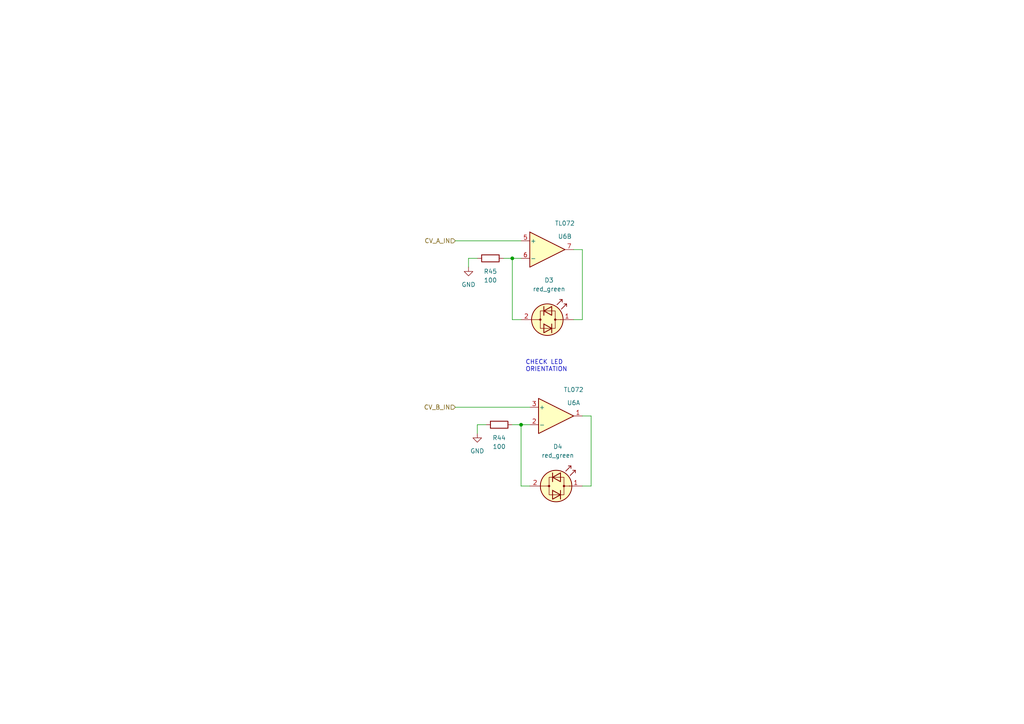
<source format=kicad_sch>
(kicad_sch (version 20211123) (generator eeschema)
  (paper "A4")
  (title_block (title "M.S.M. Stereo Lowpass Filter Pedal") (date "2023-04-15") (rev "0.1") (comment 2 "creativecommons.org/licenses/by/4.0") (comment 3 "License: CC by 4.0") (comment 4 "Author: Jordan Aceto"))
  (lib_symbols
    (symbol "Amplifier_Operational:TL072" (pin_names (offset 0.127))
      (property "Reference" "U" (at 0 5.08 0))
      (property "Value" "TL072" (at 0 -5.08 0))
      (symbol "TL072_1_1"
        (polyline (pts (xy -5.08 5.08) (xy 5.08 0) (xy -5.08 -5.08) (xy -5.08 5.08)) (stroke (width 0.254)) (fill (type background)))
        (pin output line (at 7.62 0 180) (length 2.54) (name "~") (number "1"))
        (pin input line (at -7.62 -2.54 0) (length 2.54) (name "-") (number "2"))
        (pin input line (at -7.62 2.54 0) (length 2.54) (name "+") (number "3"))
      )
      (symbol "TL072_2_1"
        (polyline (pts (xy -5.08 5.08) (xy 5.08 0) (xy -5.08 -5.08) (xy -5.08 5.08)) (stroke (width 0.254)) (fill (type background)))
        (pin input line (at -7.62 2.54 0) (length 2.54) (name "+") (number "5"))
        (pin input line (at -7.62 -2.54 0) (length 2.54) (name "-") (number "6"))
        (pin output line (at 7.62 0 180) (length 2.54) (name "~") (number "7"))
      )
      (symbol "TL072_3_1"
        (pin power_in line (at -2.54 -7.62 90) (length 3.81) (name "V-") (number "4"))
        (pin power_in line (at -2.54 7.62 270) (length 3.81) (name "V+") (number "8"))
      )
    )
    (symbol "Device:LED_Dual_Bidirectional" (pin_names (offset 0) hide)
      (property "Reference" "D" (at 0 5.715 0))
      (property "Value" "LED_Dual_Bidirectional" (at 0 -6.35 0))
      (symbol "LED_Dual_Bidirectional_0_1"
        (circle (center -2.032 0) (radius 0.254) (fill (type outline)))
        (polyline (pts (xy -4.572 0) (xy -2.54 0)))
        (polyline (pts (xy -2.032 0) (xy -2.54 0)))
        (polyline (pts (xy -1.016 3.81) (xy -1.016 1.27)) (stroke (width 0.254)))
        (polyline (pts (xy 1.27 -1.27) (xy 1.27 -3.81)) (stroke (width 0.254)))
        (polyline (pts (xy 4.064 0) (xy 2.286 0)) (fill (type outline)))
        (polyline (pts (xy 4.318 5.842) (xy 4.318 5.08)) (stroke (width 0.2032)))
        (polyline (pts (xy 5.588 4.572) (xy 5.588 3.81)) (stroke (width 0.2032)))
        (polyline (pts (xy 2.794 4.318) (xy 4.318 5.842) (xy 3.556 5.842)) (stroke (width 0.2032)))
        (polyline (pts (xy 4.064 3.048) (xy 5.588 4.572) (xy 4.826 4.572)) (stroke (width 0.2032)))
        (polyline (pts (xy -1.016 -1.27) (xy -1.016 -3.81) (xy 1.27 -2.54) (xy -1.016 -1.27)) (stroke (width 0.254)))
        (polyline (pts (xy 1.27 3.81) (xy 1.27 1.27) (xy -1.016 2.54) (xy 1.27 3.81)) (stroke (width 0.254)))
        (polyline (pts (xy 2.286 2.54) (xy -2.032 2.54) (xy -2.032 -2.54) (xy 2.286 -2.54) (xy 2.286 2.54)))
        (circle (center 0 0) (radius 4.572) (stroke (width 0.254)) (fill (type background)))
        (circle (center 2.286 0) (radius 0.254) (fill (type outline)))
      )
      (symbol "LED_Dual_Bidirectional_1_1"
        (pin input line (at 7.62 0 180) (length 3.81) (name "KA") (number "1"))
        (pin input line (at -7.62 0 0) (length 3.048) (name "AK") (number "2"))
      )
    )
    (symbol "Device:R" (pin_numbers hide) (pin_names (offset 0))
      (property "Reference" "R" (at 2.032 0 90))
      (property "Value" "R" (at 0 0 90))
      (symbol "R_0_1"
        (rectangle (start -1.016 -2.54) (end 1.016 2.54) (stroke (width 0.254)))
      )
      (symbol "R_1_1"
        (pin passive line (at 0 3.81 270) (length 1.27) (name "~") (number "1"))
        (pin passive line (at 0 -3.81 90) (length 1.27) (name "~") (number "2"))
      )
    )
    (symbol "power:GND" (power) (pin_names (offset 0))
      (property "Value" "GND" (at 0 -3.81 0))
      (symbol "GND_0_1"
        (polyline (pts (xy 0 0) (xy 0 -1.27) (xy 1.27 -1.27) (xy 0 -2.54) (xy -1.27 -1.27) (xy 0 -1.27)))
      )
      (symbol "GND_1_1"
        (pin power_in line (at 0 0 270) (length 0) hide (name "GND") (number "1"))
      )
    )
  )
  (junction (at 148.59 74.93))
  (junction (at 151.13 123.19))
  (wire (pts (xy 168.91 72.39) (xy 168.91 92.71)))
  (wire (pts (xy 132.08 69.85) (xy 151.13 69.85)))
  (wire (pts (xy 151.13 140.97) (xy 153.67 140.97)))
  (wire (pts (xy 168.91 120.65) (xy 171.45 120.65)))
  (wire (pts (xy 138.43 125.73) (xy 138.43 123.19)))
  (wire (pts (xy 148.59 92.71) (xy 151.13 92.71)))
  (wire (pts (xy 171.45 120.65) (xy 171.45 140.97)))
  (wire (pts (xy 148.59 123.19) (xy 151.13 123.19)))
  (wire (pts (xy 168.91 140.97) (xy 171.45 140.97)))
  (wire (pts (xy 138.43 123.19) (xy 140.97 123.19)))
  (wire (pts (xy 166.37 72.39) (xy 168.91 72.39)))
  (wire (pts (xy 146.05 74.93) (xy 148.59 74.93)))
  (wire (pts (xy 151.13 123.19) (xy 153.67 123.19)))
  (wire (pts (xy 166.37 92.71) (xy 168.91 92.71)))
  (wire (pts (xy 132.08 118.11) (xy 153.67 118.11)))
  (wire (pts (xy 135.89 77.47) (xy 135.89 74.93)))
  (wire (pts (xy 135.89 74.93) (xy 138.43 74.93)))
  (wire (pts (xy 148.59 74.93) (xy 148.59 92.71)))
  (wire (pts (xy 151.13 123.19) (xy 151.13 140.97)))
  (wire (pts (xy 151.13 74.93) (xy 148.59 74.93)))
  (text "CHECK LED \nORIENTATION" (at 152.4 107.95 0) (effects (font (size 1.27 1.27)) (justify left bottom)))
  (hierarchical_label "CV_A_IN" (shape input) (at 132.08 69.85 180))
  (hierarchical_label "CV_B_IN" (shape input) (at 132.08 118.11 180))
  (symbol (lib_id "Device:LED_Dual_Bidirectional") (at 161.29 140.97 0) (unit 1)
    (property "Reference" "D4" (at 161.7853 129.54 0))
    (property "Value" "red_green" (at 161.7853 132.08 0))
    (property "Footprint" "LED_THT:LED_D5.0mm" (effects hide))
  )
  (symbol (lib_id "Device:R") (at 142.24 74.93 90) (mirror x) (unit 1)
    (property "Reference" "R45" (at 142.24 78.74 90))
    (property "Value" "100" (at 142.24 81.28 90))
    (property "Footprint" "Resistor_SMD:R_0805_2012Metric" (effects hide))
  )
  (symbol (lib_id "power:GND") (at 135.89 77.47 0) (unit 1)
    (property "Reference" "#PWR017" (effects hide))
    (property "Value" "GND" (at 135.89 82.55 0))
  )
  (symbol (lib_id "Amplifier_Operational:TL072") (at 161.29 120.65 0) (unit 1)
    (property "Reference" "U6" (at 166.37 116.84 0))
    (property "Value" "TL072" (at 166.37 113.03 0))
    (property "Footprint" "Package_SO:SOIC-8_3.9x4.9mm_P1.27mm" (effects hide))
    (property "Datasheet" "http://www.ti.com/lit/ds/symlink/tl071.pdf" (effects hide))
  )
  (symbol (lib_id "Amplifier_Operational:TL072") (at 158.75 72.39 0) (unit 2)
    (property "Reference" "U6" (at 163.83 68.58 0))
    (property "Value" "TL072" (at 163.83 64.77 0))
    (property "Footprint" "Package_SO:SOIC-8_3.9x4.9mm_P1.27mm" (effects hide))
    (property "Datasheet" "http://www.ti.com/lit/ds/symlink/tl071.pdf" (effects hide))
  )
  (symbol (lib_id "Device:LED_Dual_Bidirectional") (at 158.75 92.71 0) (unit 1)
    (property "Reference" "D3" (at 159.2453 81.28 0))
    (property "Value" "red_green" (at 159.2453 83.82 0))
    (property "Footprint" "LED_THT:LED_D5.0mm" (effects hide))
  )
  (symbol (lib_id "Device:R") (at 144.78 123.19 90) (mirror x) (unit 1)
    (property "Reference" "R44" (at 144.78 127 90))
    (property "Value" "100" (at 144.78 129.54 90))
    (property "Footprint" "Resistor_SMD:R_0805_2012Metric" (effects hide))
  )
  (symbol (lib_id "power:GND") (at 138.43 125.73 0) (unit 1)
    (property "Reference" "#PWR0135" (effects hide))
    (property "Value" "GND" (at 138.43 130.81 0))
  )
)
</source>
